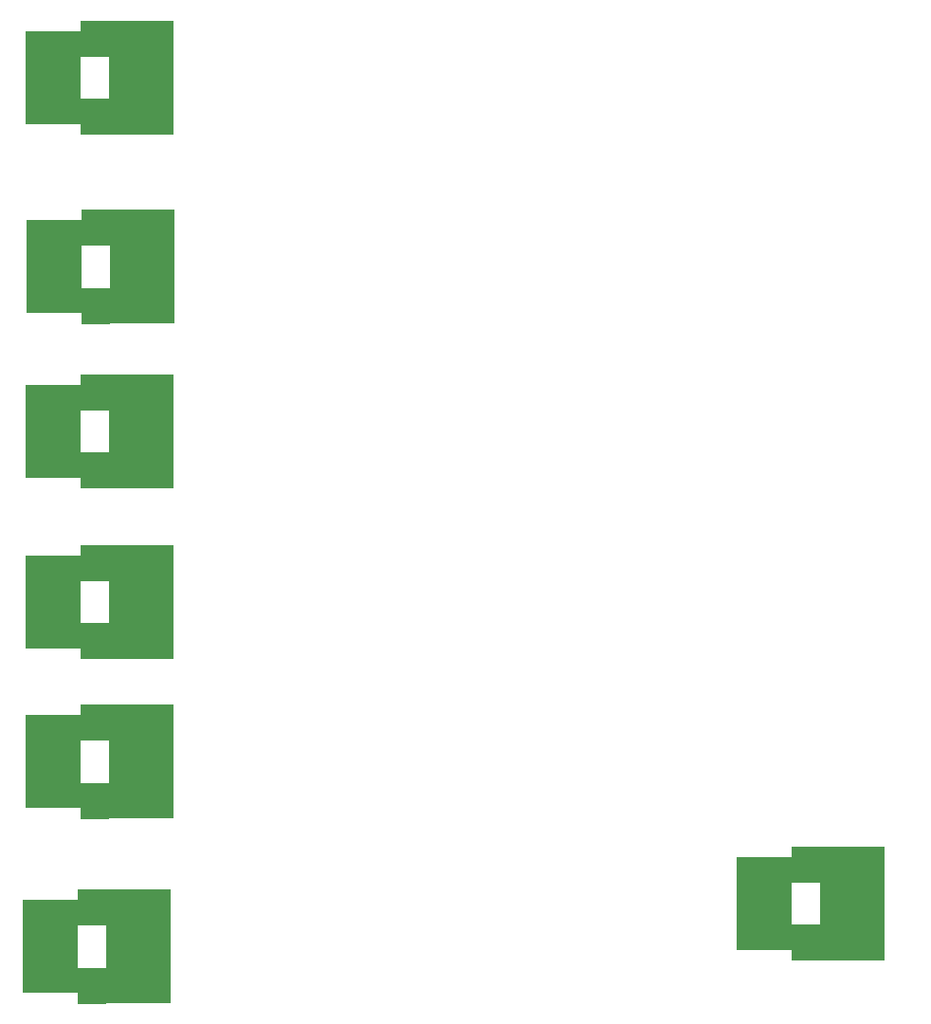
<source format=gbr>
%TF.GenerationSoftware,KiCad,Pcbnew,8.0.5*%
%TF.CreationDate,2024-12-03T18:07:43+01:00*%
%TF.ProjectId,ESC_drivers 1.4,4553435f-6472-4697-9665-727320312e34,rev?*%
%TF.SameCoordinates,Original*%
%TF.FileFunction,Paste,Top*%
%TF.FilePolarity,Positive*%
%FSLAX46Y46*%
G04 Gerber Fmt 4.6, Leading zero omitted, Abs format (unit mm)*
G04 Created by KiCad (PCBNEW 8.0.5) date 2024-12-03 18:07:43*
%MOMM*%
%LPD*%
G01*
G04 APERTURE LIST*
G04 Aperture macros list*
%AMOutline4P*
0 Free polygon, 4 corners , with rotation*
0 The origin of the aperture is its center*
0 number of corners: always 4*
0 $1 to $8 corner X, Y*
0 $9 Rotation angle, in degrees counterclockwise*
0 create outline with 4 corners*
4,1,4,$1,$2,$3,$4,$5,$6,$7,$8,$1,$2,$9*%
G04 Aperture macros list end*
%ADD10Outline4P,-1.600000X-1.250000X1.600000X-1.250000X1.600000X1.250000X-1.600000X1.250000X90.000000*%
%ADD11Outline4P,-5.100000X-2.850000X5.100000X-2.850000X5.100000X2.850000X-5.100000X2.850000X90.000000*%
%ADD12R,5.000000X8.400000*%
G04 APERTURE END LIST*
D10*
%TO.C,Q5*%
X132692568Y-109672631D03*
D11*
X136808945Y-106172632D03*
D12*
X128934945Y-106165490D03*
D10*
X132695836Y-102672632D03*
%TD*%
%TO.C,Q6*%
X132692567Y-94432631D03*
D11*
X136808944Y-90932632D03*
D12*
X128934944Y-90925490D03*
D10*
X132695835Y-87432632D03*
%TD*%
%TO.C,Q2*%
X132660123Y-62843218D03*
D11*
X136776500Y-59343219D03*
D12*
X128902500Y-59336077D03*
D10*
X132663391Y-55843219D03*
%TD*%
%TO.C,Q4*%
X132692568Y-123903141D03*
D11*
X136808945Y-120403142D03*
D12*
X128934945Y-120396000D03*
D10*
X132695836Y-116903142D03*
%TD*%
%TO.C,U4*%
X196192568Y-136596631D03*
D11*
X200308945Y-133096632D03*
D12*
X192434945Y-133089490D03*
D10*
X196195836Y-129596632D03*
%TD*%
%TO.C,Q1*%
X132789623Y-79707141D03*
D11*
X136906000Y-76207142D03*
D12*
X129032000Y-76200000D03*
D10*
X132792891Y-72707142D03*
%TD*%
%TO.C,Q3*%
X132438568Y-140413141D03*
D11*
X136554945Y-136913142D03*
D12*
X128680945Y-136906000D03*
D10*
X132441836Y-133413142D03*
%TD*%
M02*

</source>
